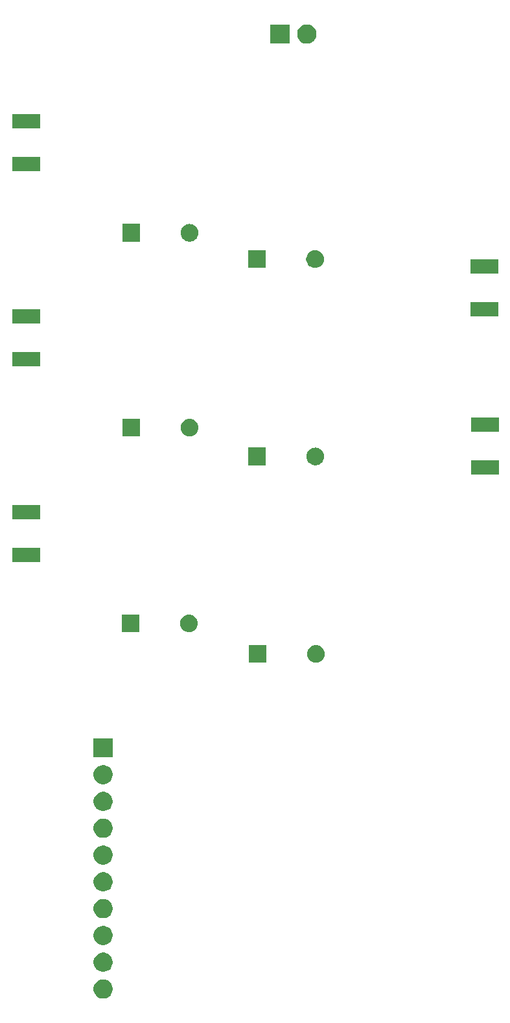
<source format=gbr>
G04 #@! TF.GenerationSoftware,KiCad,Pcbnew,(5.1.4)-1*
G04 #@! TF.CreationDate,2020-06-15T02:55:39-04:00*
G04 #@! TF.ProjectId,eth_sw_matrix_7,6574685f-7377-45f6-9d61-747269785f37,rev?*
G04 #@! TF.SameCoordinates,Original*
G04 #@! TF.FileFunction,Soldermask,Bot*
G04 #@! TF.FilePolarity,Negative*
%FSLAX46Y46*%
G04 Gerber Fmt 4.6, Leading zero omitted, Abs format (unit mm)*
G04 Created by KiCad (PCBNEW (5.1.4)-1) date 2020-06-15 02:55:39*
%MOMM*%
%LPD*%
G04 APERTURE LIST*
%ADD10C,0.025400*%
G04 APERTURE END LIST*
D10*
G36*
X120688100Y-92735400D02*
G01*
X120688100Y-94513400D01*
X124244100Y-94513400D01*
X124244100Y-92735400D01*
X120688100Y-92735400D01*
G37*
X120688100Y-92735400D02*
X120688100Y-94513400D01*
X124244100Y-94513400D01*
X124244100Y-92735400D01*
X120688100Y-92735400D01*
G36*
X120688100Y-98323400D02*
G01*
X120688100Y-100101400D01*
X124244100Y-100101400D01*
X124244100Y-98323400D01*
X120688100Y-98323400D01*
G37*
X120688100Y-98323400D02*
X120688100Y-100101400D01*
X124244100Y-100101400D01*
X124244100Y-98323400D01*
X120688100Y-98323400D01*
G36*
X120662700Y-123825000D02*
G01*
X120662700Y-125603000D01*
X124218700Y-125603000D01*
X124218700Y-123825000D01*
X120662700Y-123825000D01*
G37*
X120662700Y-123825000D02*
X120662700Y-125603000D01*
X124218700Y-125603000D01*
X124218700Y-123825000D01*
X120662700Y-123825000D01*
G36*
X120662700Y-118237000D02*
G01*
X120662700Y-120015000D01*
X124218700Y-120015000D01*
X124218700Y-118237000D01*
X120662700Y-118237000D01*
G37*
X120662700Y-118237000D02*
X120662700Y-120015000D01*
X124218700Y-120015000D01*
X124218700Y-118237000D01*
X120662700Y-118237000D01*
G36*
X120662700Y-143789400D02*
G01*
X120662700Y-145567400D01*
X124218700Y-145567400D01*
X124218700Y-143789400D01*
X120662700Y-143789400D01*
G37*
X120662700Y-143789400D02*
X120662700Y-145567400D01*
X124218700Y-145567400D01*
X124218700Y-143789400D01*
X120662700Y-143789400D01*
G36*
X120662700Y-149377400D02*
G01*
X120662700Y-151155400D01*
X124218700Y-151155400D01*
X124218700Y-149377400D01*
X120662700Y-149377400D01*
G37*
X120662700Y-149377400D02*
X120662700Y-151155400D01*
X124218700Y-151155400D01*
X124218700Y-149377400D01*
X120662700Y-149377400D01*
G36*
X184137300Y-139725400D02*
G01*
X184137300Y-137947400D01*
X180581300Y-137947400D01*
X180581300Y-139725400D01*
X184137300Y-139725400D01*
G37*
X184137300Y-139725400D02*
X184137300Y-137947400D01*
X180581300Y-137947400D01*
X180581300Y-139725400D01*
X184137300Y-139725400D01*
G36*
X184137300Y-134137400D02*
G01*
X184137300Y-132359400D01*
X180581300Y-132359400D01*
X180581300Y-134137400D01*
X184137300Y-134137400D01*
G37*
X184137300Y-134137400D02*
X184137300Y-132359400D01*
X180581300Y-132359400D01*
X180581300Y-134137400D01*
X184137300Y-134137400D01*
G36*
X184086500Y-113512600D02*
G01*
X184086500Y-111734600D01*
X180530500Y-111734600D01*
X180530500Y-113512600D01*
X184086500Y-113512600D01*
G37*
X184086500Y-113512600D02*
X184086500Y-111734600D01*
X180530500Y-111734600D01*
X180530500Y-113512600D01*
X184086500Y-113512600D01*
G36*
X184086500Y-119100600D02*
G01*
X184086500Y-117322600D01*
X180530500Y-117322600D01*
X180530500Y-119100600D01*
X184086500Y-119100600D01*
G37*
X184086500Y-119100600D02*
X184086500Y-117322600D01*
X180530500Y-117322600D01*
X180530500Y-119100600D01*
X184086500Y-119100600D01*
G36*
X132902103Y-205811075D02*
G01*
X133129771Y-205905378D01*
X133334666Y-206042285D01*
X133508915Y-206216534D01*
X133645822Y-206421429D01*
X133740125Y-206649097D01*
X133788200Y-206890787D01*
X133788200Y-207137213D01*
X133740125Y-207378903D01*
X133645822Y-207606571D01*
X133508915Y-207811466D01*
X133334666Y-207985715D01*
X133129771Y-208122622D01*
X133129770Y-208122623D01*
X133129769Y-208122623D01*
X132902103Y-208216925D01*
X132660414Y-208265000D01*
X132413986Y-208265000D01*
X132172297Y-208216925D01*
X131944631Y-208122623D01*
X131944630Y-208122623D01*
X131944629Y-208122622D01*
X131739734Y-207985715D01*
X131565485Y-207811466D01*
X131428578Y-207606571D01*
X131334275Y-207378903D01*
X131286200Y-207137213D01*
X131286200Y-206890787D01*
X131334275Y-206649097D01*
X131428578Y-206421429D01*
X131565485Y-206216534D01*
X131739734Y-206042285D01*
X131944629Y-205905378D01*
X132172297Y-205811075D01*
X132413986Y-205763000D01*
X132660414Y-205763000D01*
X132902103Y-205811075D01*
X132902103Y-205811075D01*
G37*
G36*
X132902103Y-202311075D02*
G01*
X133129771Y-202405378D01*
X133334666Y-202542285D01*
X133508915Y-202716534D01*
X133645822Y-202921429D01*
X133740125Y-203149097D01*
X133788200Y-203390787D01*
X133788200Y-203637213D01*
X133740125Y-203878903D01*
X133645822Y-204106571D01*
X133508915Y-204311466D01*
X133334666Y-204485715D01*
X133129771Y-204622622D01*
X133129770Y-204622623D01*
X133129769Y-204622623D01*
X132902103Y-204716925D01*
X132660414Y-204765000D01*
X132413986Y-204765000D01*
X132172297Y-204716925D01*
X131944631Y-204622623D01*
X131944630Y-204622623D01*
X131944629Y-204622622D01*
X131739734Y-204485715D01*
X131565485Y-204311466D01*
X131428578Y-204106571D01*
X131334275Y-203878903D01*
X131286200Y-203637213D01*
X131286200Y-203390787D01*
X131334275Y-203149097D01*
X131428578Y-202921429D01*
X131565485Y-202716534D01*
X131739734Y-202542285D01*
X131944629Y-202405378D01*
X132172297Y-202311075D01*
X132413986Y-202263000D01*
X132660414Y-202263000D01*
X132902103Y-202311075D01*
X132902103Y-202311075D01*
G37*
G36*
X132902103Y-198811075D02*
G01*
X133129771Y-198905378D01*
X133334666Y-199042285D01*
X133508915Y-199216534D01*
X133645822Y-199421429D01*
X133740125Y-199649097D01*
X133788200Y-199890787D01*
X133788200Y-200137213D01*
X133740125Y-200378903D01*
X133645822Y-200606571D01*
X133508915Y-200811466D01*
X133334666Y-200985715D01*
X133129771Y-201122622D01*
X133129770Y-201122623D01*
X133129769Y-201122623D01*
X132902103Y-201216925D01*
X132660414Y-201265000D01*
X132413986Y-201265000D01*
X132172297Y-201216925D01*
X131944631Y-201122623D01*
X131944630Y-201122623D01*
X131944629Y-201122622D01*
X131739734Y-200985715D01*
X131565485Y-200811466D01*
X131428578Y-200606571D01*
X131334275Y-200378903D01*
X131286200Y-200137213D01*
X131286200Y-199890787D01*
X131334275Y-199649097D01*
X131428578Y-199421429D01*
X131565485Y-199216534D01*
X131739734Y-199042285D01*
X131944629Y-198905378D01*
X132172297Y-198811075D01*
X132413986Y-198763000D01*
X132660414Y-198763000D01*
X132902103Y-198811075D01*
X132902103Y-198811075D01*
G37*
G36*
X132902103Y-195311075D02*
G01*
X133129771Y-195405378D01*
X133334666Y-195542285D01*
X133508915Y-195716534D01*
X133645822Y-195921429D01*
X133740125Y-196149097D01*
X133788200Y-196390787D01*
X133788200Y-196637213D01*
X133740125Y-196878903D01*
X133645822Y-197106571D01*
X133508915Y-197311466D01*
X133334666Y-197485715D01*
X133129771Y-197622622D01*
X133129770Y-197622623D01*
X133129769Y-197622623D01*
X132902103Y-197716925D01*
X132660414Y-197765000D01*
X132413986Y-197765000D01*
X132172297Y-197716925D01*
X131944631Y-197622623D01*
X131944630Y-197622623D01*
X131944629Y-197622622D01*
X131739734Y-197485715D01*
X131565485Y-197311466D01*
X131428578Y-197106571D01*
X131334275Y-196878903D01*
X131286200Y-196637213D01*
X131286200Y-196390787D01*
X131334275Y-196149097D01*
X131428578Y-195921429D01*
X131565485Y-195716534D01*
X131739734Y-195542285D01*
X131944629Y-195405378D01*
X132172297Y-195311075D01*
X132413986Y-195263000D01*
X132660414Y-195263000D01*
X132902103Y-195311075D01*
X132902103Y-195311075D01*
G37*
G36*
X132902103Y-191811075D02*
G01*
X133129771Y-191905378D01*
X133334666Y-192042285D01*
X133508915Y-192216534D01*
X133645822Y-192421429D01*
X133740125Y-192649097D01*
X133788200Y-192890787D01*
X133788200Y-193137213D01*
X133740125Y-193378903D01*
X133645822Y-193606571D01*
X133508915Y-193811466D01*
X133334666Y-193985715D01*
X133129771Y-194122622D01*
X133129770Y-194122623D01*
X133129769Y-194122623D01*
X132902103Y-194216925D01*
X132660414Y-194265000D01*
X132413986Y-194265000D01*
X132172297Y-194216925D01*
X131944631Y-194122623D01*
X131944630Y-194122623D01*
X131944629Y-194122622D01*
X131739734Y-193985715D01*
X131565485Y-193811466D01*
X131428578Y-193606571D01*
X131334275Y-193378903D01*
X131286200Y-193137213D01*
X131286200Y-192890787D01*
X131334275Y-192649097D01*
X131428578Y-192421429D01*
X131565485Y-192216534D01*
X131739734Y-192042285D01*
X131944629Y-191905378D01*
X132172297Y-191811075D01*
X132413986Y-191763000D01*
X132660414Y-191763000D01*
X132902103Y-191811075D01*
X132902103Y-191811075D01*
G37*
G36*
X132902103Y-188311075D02*
G01*
X133129771Y-188405378D01*
X133334666Y-188542285D01*
X133508915Y-188716534D01*
X133645822Y-188921429D01*
X133740125Y-189149097D01*
X133788200Y-189390787D01*
X133788200Y-189637213D01*
X133740125Y-189878903D01*
X133645822Y-190106571D01*
X133508915Y-190311466D01*
X133334666Y-190485715D01*
X133129771Y-190622622D01*
X133129770Y-190622623D01*
X133129769Y-190622623D01*
X132902103Y-190716925D01*
X132660414Y-190765000D01*
X132413986Y-190765000D01*
X132172297Y-190716925D01*
X131944631Y-190622623D01*
X131944630Y-190622623D01*
X131944629Y-190622622D01*
X131739734Y-190485715D01*
X131565485Y-190311466D01*
X131428578Y-190106571D01*
X131334275Y-189878903D01*
X131286200Y-189637213D01*
X131286200Y-189390787D01*
X131334275Y-189149097D01*
X131428578Y-188921429D01*
X131565485Y-188716534D01*
X131739734Y-188542285D01*
X131944629Y-188405378D01*
X132172297Y-188311075D01*
X132413986Y-188263000D01*
X132660414Y-188263000D01*
X132902103Y-188311075D01*
X132902103Y-188311075D01*
G37*
G36*
X132902103Y-184811075D02*
G01*
X133129771Y-184905378D01*
X133334666Y-185042285D01*
X133508915Y-185216534D01*
X133645822Y-185421429D01*
X133740125Y-185649097D01*
X133788200Y-185890787D01*
X133788200Y-186137213D01*
X133740125Y-186378903D01*
X133645822Y-186606571D01*
X133508915Y-186811466D01*
X133334666Y-186985715D01*
X133129771Y-187122622D01*
X133129770Y-187122623D01*
X133129769Y-187122623D01*
X132902103Y-187216925D01*
X132660414Y-187265000D01*
X132413986Y-187265000D01*
X132172297Y-187216925D01*
X131944631Y-187122623D01*
X131944630Y-187122623D01*
X131944629Y-187122622D01*
X131739734Y-186985715D01*
X131565485Y-186811466D01*
X131428578Y-186606571D01*
X131334275Y-186378903D01*
X131286200Y-186137213D01*
X131286200Y-185890787D01*
X131334275Y-185649097D01*
X131428578Y-185421429D01*
X131565485Y-185216534D01*
X131739734Y-185042285D01*
X131944629Y-184905378D01*
X132172297Y-184811075D01*
X132413986Y-184763000D01*
X132660414Y-184763000D01*
X132902103Y-184811075D01*
X132902103Y-184811075D01*
G37*
G36*
X132902103Y-181311075D02*
G01*
X133129771Y-181405378D01*
X133334666Y-181542285D01*
X133508915Y-181716534D01*
X133645822Y-181921429D01*
X133740125Y-182149097D01*
X133788200Y-182390787D01*
X133788200Y-182637213D01*
X133740125Y-182878903D01*
X133645822Y-183106571D01*
X133508915Y-183311466D01*
X133334666Y-183485715D01*
X133129771Y-183622622D01*
X133129770Y-183622623D01*
X133129769Y-183622623D01*
X132902103Y-183716925D01*
X132660414Y-183765000D01*
X132413986Y-183765000D01*
X132172297Y-183716925D01*
X131944631Y-183622623D01*
X131944630Y-183622623D01*
X131944629Y-183622622D01*
X131739734Y-183485715D01*
X131565485Y-183311466D01*
X131428578Y-183106571D01*
X131334275Y-182878903D01*
X131286200Y-182637213D01*
X131286200Y-182390787D01*
X131334275Y-182149097D01*
X131428578Y-181921429D01*
X131565485Y-181716534D01*
X131739734Y-181542285D01*
X131944629Y-181405378D01*
X132172297Y-181311075D01*
X132413986Y-181263000D01*
X132660414Y-181263000D01*
X132902103Y-181311075D01*
X132902103Y-181311075D01*
G37*
G36*
X132902103Y-177811075D02*
G01*
X133129771Y-177905378D01*
X133334666Y-178042285D01*
X133508915Y-178216534D01*
X133645822Y-178421429D01*
X133740125Y-178649097D01*
X133788200Y-178890787D01*
X133788200Y-179137213D01*
X133740125Y-179378903D01*
X133645822Y-179606571D01*
X133508915Y-179811466D01*
X133334666Y-179985715D01*
X133129771Y-180122622D01*
X133129770Y-180122623D01*
X133129769Y-180122623D01*
X132902103Y-180216925D01*
X132660414Y-180265000D01*
X132413986Y-180265000D01*
X132172297Y-180216925D01*
X131944631Y-180122623D01*
X131944630Y-180122623D01*
X131944629Y-180122622D01*
X131739734Y-179985715D01*
X131565485Y-179811466D01*
X131428578Y-179606571D01*
X131334275Y-179378903D01*
X131286200Y-179137213D01*
X131286200Y-178890787D01*
X131334275Y-178649097D01*
X131428578Y-178421429D01*
X131565485Y-178216534D01*
X131739734Y-178042285D01*
X131944629Y-177905378D01*
X132172297Y-177811075D01*
X132413986Y-177763000D01*
X132660414Y-177763000D01*
X132902103Y-177811075D01*
X132902103Y-177811075D01*
G37*
G36*
X133788200Y-176765000D02*
G01*
X131286200Y-176765000D01*
X131286200Y-174263000D01*
X133788200Y-174263000D01*
X133788200Y-176765000D01*
X133788200Y-176765000D01*
G37*
G36*
X160494071Y-162131303D02*
G01*
X160550435Y-162136854D01*
X160767400Y-162202670D01*
X160767402Y-162202671D01*
X160967355Y-162309547D01*
X161142618Y-162453382D01*
X161286453Y-162628645D01*
X161393329Y-162828598D01*
X161459146Y-163045566D01*
X161481369Y-163271200D01*
X161459146Y-163496834D01*
X161393329Y-163713802D01*
X161286453Y-163913755D01*
X161142618Y-164089018D01*
X160967355Y-164232853D01*
X160767402Y-164339729D01*
X160767400Y-164339730D01*
X160550435Y-164405546D01*
X160494071Y-164411097D01*
X160381345Y-164422200D01*
X160268255Y-164422200D01*
X160155529Y-164411097D01*
X160099165Y-164405546D01*
X159882200Y-164339730D01*
X159882198Y-164339729D01*
X159682245Y-164232853D01*
X159506982Y-164089018D01*
X159363147Y-163913755D01*
X159256271Y-163713802D01*
X159190454Y-163496834D01*
X159168231Y-163271200D01*
X159190454Y-163045566D01*
X159256271Y-162828598D01*
X159363147Y-162628645D01*
X159506982Y-162453382D01*
X159682245Y-162309547D01*
X159882198Y-162202671D01*
X159882200Y-162202670D01*
X160099165Y-162136854D01*
X160155529Y-162131303D01*
X160268255Y-162120200D01*
X160381345Y-162120200D01*
X160494071Y-162131303D01*
X160494071Y-162131303D01*
G37*
G36*
X153855800Y-164422200D02*
G01*
X151553800Y-164422200D01*
X151553800Y-162120200D01*
X153855800Y-162120200D01*
X153855800Y-164422200D01*
X153855800Y-164422200D01*
G37*
G36*
X137295000Y-160409000D02*
G01*
X134993000Y-160409000D01*
X134993000Y-158107000D01*
X137295000Y-158107000D01*
X137295000Y-160409000D01*
X137295000Y-160409000D01*
G37*
G36*
X143933271Y-158118103D02*
G01*
X143989635Y-158123654D01*
X144206600Y-158189470D01*
X144206602Y-158189471D01*
X144406555Y-158296347D01*
X144581818Y-158440182D01*
X144725653Y-158615445D01*
X144832529Y-158815398D01*
X144898346Y-159032366D01*
X144920569Y-159258000D01*
X144898346Y-159483634D01*
X144832529Y-159700602D01*
X144725653Y-159900555D01*
X144581818Y-160075818D01*
X144406555Y-160219653D01*
X144206602Y-160326529D01*
X144206600Y-160326530D01*
X143989635Y-160392346D01*
X143933271Y-160397897D01*
X143820545Y-160409000D01*
X143707455Y-160409000D01*
X143594729Y-160397897D01*
X143538365Y-160392346D01*
X143321400Y-160326530D01*
X143321398Y-160326529D01*
X143121445Y-160219653D01*
X142946182Y-160075818D01*
X142802347Y-159900555D01*
X142695471Y-159700602D01*
X142629654Y-159483634D01*
X142607431Y-159258000D01*
X142629654Y-159032366D01*
X142695471Y-158815398D01*
X142802347Y-158615445D01*
X142946182Y-158440182D01*
X143121445Y-158296347D01*
X143321398Y-158189471D01*
X143321400Y-158189470D01*
X143538365Y-158123654D01*
X143594729Y-158118103D01*
X143707455Y-158107000D01*
X143820545Y-158107000D01*
X143933271Y-158118103D01*
X143933271Y-158118103D01*
G37*
G36*
X160443271Y-136324903D02*
G01*
X160499635Y-136330454D01*
X160716600Y-136396270D01*
X160716602Y-136396271D01*
X160916555Y-136503147D01*
X161091818Y-136646982D01*
X161235653Y-136822245D01*
X161342529Y-137022198D01*
X161408346Y-137239166D01*
X161430569Y-137464800D01*
X161408346Y-137690434D01*
X161342529Y-137907402D01*
X161235653Y-138107355D01*
X161091818Y-138282618D01*
X160916555Y-138426453D01*
X160716602Y-138533329D01*
X160716600Y-138533330D01*
X160499635Y-138599146D01*
X160443271Y-138604697D01*
X160330545Y-138615800D01*
X160217455Y-138615800D01*
X160104729Y-138604697D01*
X160048365Y-138599146D01*
X159831400Y-138533330D01*
X159831398Y-138533329D01*
X159631445Y-138426453D01*
X159456182Y-138282618D01*
X159312347Y-138107355D01*
X159205471Y-137907402D01*
X159139654Y-137690434D01*
X159117431Y-137464800D01*
X159139654Y-137239166D01*
X159205471Y-137022198D01*
X159312347Y-136822245D01*
X159456182Y-136646982D01*
X159631445Y-136503147D01*
X159831398Y-136396271D01*
X159831400Y-136396270D01*
X160048365Y-136330454D01*
X160104729Y-136324903D01*
X160217455Y-136313800D01*
X160330545Y-136313800D01*
X160443271Y-136324903D01*
X160443271Y-136324903D01*
G37*
G36*
X153805000Y-138615800D02*
G01*
X151503000Y-138615800D01*
X151503000Y-136313800D01*
X153805000Y-136313800D01*
X153805000Y-138615800D01*
X153805000Y-138615800D01*
G37*
G36*
X144001851Y-132565703D02*
G01*
X144058215Y-132571254D01*
X144275180Y-132637070D01*
X144275182Y-132637071D01*
X144475135Y-132743947D01*
X144650398Y-132887782D01*
X144794233Y-133063045D01*
X144901109Y-133262998D01*
X144966926Y-133479966D01*
X144989149Y-133705600D01*
X144966926Y-133931234D01*
X144901109Y-134148202D01*
X144794233Y-134348155D01*
X144650398Y-134523418D01*
X144475135Y-134667253D01*
X144275182Y-134774129D01*
X144275180Y-134774130D01*
X144058215Y-134839946D01*
X144001851Y-134845497D01*
X143889125Y-134856600D01*
X143776035Y-134856600D01*
X143663309Y-134845497D01*
X143606945Y-134839946D01*
X143389980Y-134774130D01*
X143389978Y-134774129D01*
X143190025Y-134667253D01*
X143014762Y-134523418D01*
X142870927Y-134348155D01*
X142764051Y-134148202D01*
X142698234Y-133931234D01*
X142676011Y-133705600D01*
X142698234Y-133479966D01*
X142764051Y-133262998D01*
X142870927Y-133063045D01*
X143014762Y-132887782D01*
X143190025Y-132743947D01*
X143389978Y-132637071D01*
X143389980Y-132637070D01*
X143606945Y-132571254D01*
X143663309Y-132565703D01*
X143776035Y-132554600D01*
X143889125Y-132554600D01*
X144001851Y-132565703D01*
X144001851Y-132565703D01*
G37*
G36*
X137363580Y-134856600D02*
G01*
X135061580Y-134856600D01*
X135061580Y-132554600D01*
X137363580Y-132554600D01*
X137363580Y-134856600D01*
X137363580Y-134856600D01*
G37*
G36*
X160392471Y-110569303D02*
G01*
X160448835Y-110574854D01*
X160665800Y-110640670D01*
X160665802Y-110640671D01*
X160865755Y-110747547D01*
X161041018Y-110891382D01*
X161184853Y-111066645D01*
X161291729Y-111266598D01*
X161357546Y-111483566D01*
X161379769Y-111709200D01*
X161357546Y-111934834D01*
X161291729Y-112151802D01*
X161184853Y-112351755D01*
X161041018Y-112527018D01*
X160865755Y-112670853D01*
X160665802Y-112777729D01*
X160665800Y-112777730D01*
X160448835Y-112843546D01*
X160392471Y-112849097D01*
X160279745Y-112860200D01*
X160166655Y-112860200D01*
X160053929Y-112849097D01*
X159997565Y-112843546D01*
X159780600Y-112777730D01*
X159780598Y-112777729D01*
X159580645Y-112670853D01*
X159405382Y-112527018D01*
X159261547Y-112351755D01*
X159154671Y-112151802D01*
X159088854Y-111934834D01*
X159066631Y-111709200D01*
X159088854Y-111483566D01*
X159154671Y-111266598D01*
X159261547Y-111066645D01*
X159405382Y-110891382D01*
X159580645Y-110747547D01*
X159780598Y-110640671D01*
X159780600Y-110640670D01*
X159997565Y-110574854D01*
X160053929Y-110569303D01*
X160166655Y-110558200D01*
X160279745Y-110558200D01*
X160392471Y-110569303D01*
X160392471Y-110569303D01*
G37*
G36*
X153754200Y-112860200D02*
G01*
X151452200Y-112860200D01*
X151452200Y-110558200D01*
X153754200Y-110558200D01*
X153754200Y-112860200D01*
X153754200Y-112860200D01*
G37*
G36*
X143984071Y-107114903D02*
G01*
X144040435Y-107120454D01*
X144257400Y-107186270D01*
X144257402Y-107186271D01*
X144457355Y-107293147D01*
X144632618Y-107436982D01*
X144776453Y-107612245D01*
X144883329Y-107812198D01*
X144949146Y-108029166D01*
X144971369Y-108254800D01*
X144949146Y-108480434D01*
X144883329Y-108697402D01*
X144776453Y-108897355D01*
X144632618Y-109072618D01*
X144457355Y-109216453D01*
X144257402Y-109323329D01*
X144257400Y-109323330D01*
X144040435Y-109389146D01*
X143984071Y-109394697D01*
X143871345Y-109405800D01*
X143758255Y-109405800D01*
X143645529Y-109394697D01*
X143589165Y-109389146D01*
X143372200Y-109323330D01*
X143372198Y-109323329D01*
X143172245Y-109216453D01*
X142996982Y-109072618D01*
X142853147Y-108897355D01*
X142746271Y-108697402D01*
X142680454Y-108480434D01*
X142658231Y-108254800D01*
X142680454Y-108029166D01*
X142746271Y-107812198D01*
X142853147Y-107612245D01*
X142996982Y-107436982D01*
X143172245Y-107293147D01*
X143372198Y-107186271D01*
X143372200Y-107186270D01*
X143589165Y-107120454D01*
X143645529Y-107114903D01*
X143758255Y-107103800D01*
X143871345Y-107103800D01*
X143984071Y-107114903D01*
X143984071Y-107114903D01*
G37*
G36*
X137345800Y-109405800D02*
G01*
X135043800Y-109405800D01*
X135043800Y-107103800D01*
X137345800Y-107103800D01*
X137345800Y-109405800D01*
X137345800Y-109405800D01*
G37*
G36*
X159516103Y-81093075D02*
G01*
X159743771Y-81187378D01*
X159948666Y-81324285D01*
X160122915Y-81498534D01*
X160259822Y-81703429D01*
X160354125Y-81931097D01*
X160402200Y-82172787D01*
X160402200Y-82419213D01*
X160354125Y-82660903D01*
X160259822Y-82888571D01*
X160122915Y-83093466D01*
X159948666Y-83267715D01*
X159743771Y-83404622D01*
X159743770Y-83404623D01*
X159743769Y-83404623D01*
X159516103Y-83498925D01*
X159274414Y-83547000D01*
X159027986Y-83547000D01*
X158786297Y-83498925D01*
X158558631Y-83404623D01*
X158558630Y-83404623D01*
X158558629Y-83404622D01*
X158353734Y-83267715D01*
X158179485Y-83093466D01*
X158042578Y-82888571D01*
X157948275Y-82660903D01*
X157900200Y-82419213D01*
X157900200Y-82172787D01*
X157948275Y-81931097D01*
X158042578Y-81703429D01*
X158179485Y-81498534D01*
X158353734Y-81324285D01*
X158558629Y-81187378D01*
X158786297Y-81093075D01*
X159027986Y-81045000D01*
X159274414Y-81045000D01*
X159516103Y-81093075D01*
X159516103Y-81093075D01*
G37*
G36*
X156902200Y-83547000D02*
G01*
X154400200Y-83547000D01*
X154400200Y-81045000D01*
X156902200Y-81045000D01*
X156902200Y-83547000D01*
X156902200Y-83547000D01*
G37*
M02*

</source>
